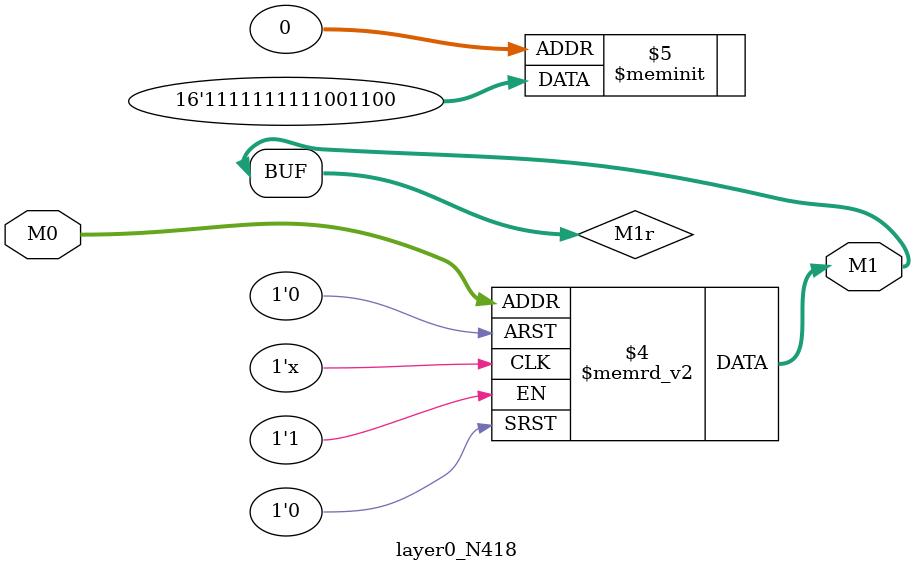
<source format=v>
module layer0_N418 ( input [2:0] M0, output [1:0] M1 );

	(*rom_style = "distributed" *) reg [1:0] M1r;
	assign M1 = M1r;
	always @ (M0) begin
		case (M0)
			3'b000: M1r = 2'b00;
			3'b100: M1r = 2'b11;
			3'b010: M1r = 2'b00;
			3'b110: M1r = 2'b11;
			3'b001: M1r = 2'b11;
			3'b101: M1r = 2'b11;
			3'b011: M1r = 2'b11;
			3'b111: M1r = 2'b11;

		endcase
	end
endmodule

</source>
